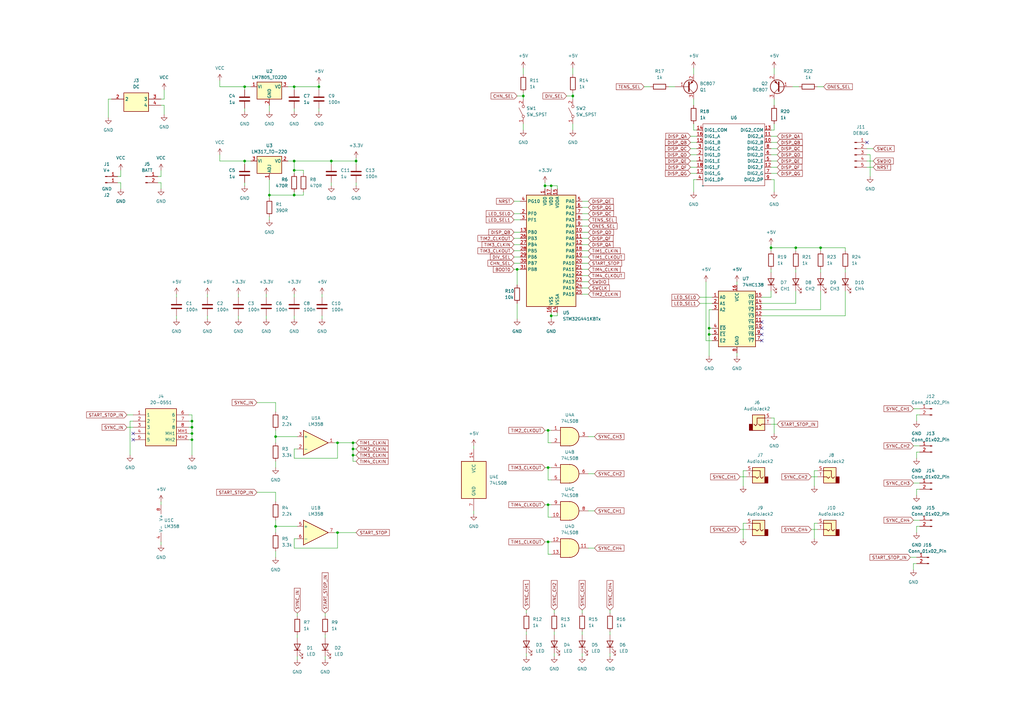
<source format=kicad_sch>
(kicad_sch (version 20230121) (generator eeschema)
  (paper "A3")
  (junction (at 144.78 186.69))
  (junction (at 226.06 129.54))
  (junction (at 120.65 69.85))
  (junction (at 316.23 101.6))
  (junction (at 78.74 180.34))
  (junction (at 113.03 215.9))
  (junction (at 290.83 137.16))
  (junction (at 146.05 66.04))
  (junction (at 214.63 39.37))
  (junction (at 78.74 175.26))
  (junction (at 144.78 181.61))
  (junction (at 290.83 134.62))
  (junction (at 336.55 101.6))
  (junction (at 135.89 66.04))
  (junction (at 223.52 76.2))
  (junction (at 130.81 35.56))
  (junction (at 224.79 191.77))
  (junction (at 138.43 181.61))
  (junction (at 100.33 66.04))
  (junction (at 78.74 172.72))
  (junction (at 138.43 218.44))
  (junction (at 226.06 76.2))
  (junction (at 110.49 80.01))
  (junction (at 224.79 176.53))
  (junction (at 120.65 80.01))
  (junction (at 100.33 35.56))
  (junction (at 144.78 184.15))
  (junction (at 212.09 110.49))
  (junction (at 78.74 177.8))
  (junction (at 120.65 35.56))
  (junction (at 224.79 222.25))
  (junction (at 234.95 39.37))
  (junction (at 224.79 207.01))
  (junction (at 120.65 66.04))
  (junction (at 113.03 179.07))
  (junction (at 326.39 101.6))
  (no_connect (at 312.42 132.08))
  (no_connect (at 312.42 139.7))
  (no_connect (at 312.42 134.62))
  (no_connect (at 312.42 137.16))
  (no_connect (at 54.61 177.8))
  (no_connect (at 355.6 58.42))
  (no_connect (at 54.61 180.34))
  (wire (pts (xy 77.47 177.8) (xy 78.74 177.8)))
  (wire (pts (xy 226.06 76.2) (xy 223.52 76.2)))
  (wire (pts (xy 227.33 267.97) (xy 227.33 269.24)))
  (wire (pts (xy 306.07 195.58) (xy 303.53 195.58)))
  (wire (pts (xy 212.09 110.49) (xy 213.36 110.49)))
  (wire (pts (xy 374.65 213.36) (xy 377.19 213.36)))
  (wire (pts (xy 214.63 38.1) (xy 214.63 39.37)))
  (wire (pts (xy 250.19 267.97) (xy 250.19 269.24)))
  (wire (pts (xy 214.63 39.37) (xy 214.63 40.64)))
  (wire (pts (xy 238.76 259.08) (xy 238.76 260.35)))
  (wire (pts (xy 303.53 217.17) (xy 306.07 217.17)))
  (wire (pts (xy 210.82 110.49) (xy 212.09 110.49)))
  (wire (pts (xy 113.03 226.06) (xy 113.03 228.6)))
  (wire (pts (xy 210.82 87.63) (xy 213.36 87.63)))
  (wire (pts (xy 210.82 95.25) (xy 213.36 95.25)))
  (wire (pts (xy 283.21 63.5) (xy 285.75 63.5)))
  (wire (pts (xy 146.05 189.23) (xy 144.78 189.23)))
  (wire (pts (xy 316.23 68.58) (xy 318.77 68.58)))
  (wire (pts (xy 346.71 110.49) (xy 346.71 111.76)))
  (wire (pts (xy 100.33 66.04) (xy 102.87 66.04)))
  (wire (pts (xy 130.81 44.45) (xy 130.81 45.72)))
  (wire (pts (xy 355.6 60.96) (xy 358.14 60.96)))
  (wire (pts (xy 113.03 205.74) (xy 113.03 201.93)))
  (wire (pts (xy 223.52 76.2) (xy 223.52 77.47)))
  (wire (pts (xy 120.65 187.96) (xy 120.65 184.15)))
  (wire (pts (xy 346.71 101.6) (xy 336.55 101.6)))
  (wire (pts (xy 228.6 129.54) (xy 226.06 129.54)))
  (wire (pts (xy 66.04 205.74) (xy 66.04 207.01)))
  (wire (pts (xy 144.78 181.61) (xy 146.05 181.61)))
  (wire (pts (xy 132.08 120.65) (xy 132.08 121.92)))
  (wire (pts (xy 52.07 170.18) (xy 54.61 170.18)))
  (wire (pts (xy 346.71 119.38) (xy 346.71 129.54)))
  (wire (pts (xy 304.8 214.63) (xy 306.07 214.63)))
  (wire (pts (xy 241.3 209.55) (xy 243.84 209.55)))
  (wire (pts (xy 100.33 35.56) (xy 90.17 35.56)))
  (wire (pts (xy 375.92 200.66) (xy 377.19 200.66)))
  (wire (pts (xy 113.03 179.07) (xy 121.92 179.07)))
  (wire (pts (xy 77.47 172.72) (xy 78.74 172.72)))
  (wire (pts (xy 290.83 137.16) (xy 290.83 146.05)))
  (wire (pts (xy 355.6 66.04) (xy 358.14 66.04)))
  (wire (pts (xy 120.65 129.54) (xy 120.65 130.81)))
  (wire (pts (xy 374.65 182.88) (xy 377.19 182.88)))
  (wire (pts (xy 105.41 165.1) (xy 113.03 165.1)))
  (wire (pts (xy 77.47 175.26) (xy 78.74 175.26)))
  (wire (pts (xy 224.79 227.33) (xy 226.06 227.33)))
  (wire (pts (xy 224.79 196.85) (xy 226.06 196.85)))
  (wire (pts (xy 100.33 44.45) (xy 100.33 45.72)))
  (wire (pts (xy 224.79 212.09) (xy 226.06 212.09)))
  (wire (pts (xy 334.01 220.98) (xy 334.01 214.63)))
  (wire (pts (xy 316.23 121.92) (xy 316.23 119.38)))
  (wire (pts (xy 250.19 250.19) (xy 250.19 251.46)))
  (wire (pts (xy 227.33 250.19) (xy 227.33 251.46)))
  (wire (pts (xy 124.46 69.85) (xy 120.65 69.85)))
  (wire (pts (xy 312.42 124.46) (xy 326.39 124.46)))
  (wire (pts (xy 49.53 74.93) (xy 49.53 77.47)))
  (wire (pts (xy 374.65 198.12) (xy 377.19 198.12)))
  (wire (pts (xy 283.21 58.42) (xy 285.75 58.42)))
  (wire (pts (xy 289.56 139.7) (xy 292.1 139.7)))
  (wire (pts (xy 212.09 124.46) (xy 212.09 130.81)))
  (wire (pts (xy 212.09 110.49) (xy 212.09 116.84)))
  (wire (pts (xy 226.06 176.53) (xy 224.79 176.53)))
  (wire (pts (xy 316.23 171.45) (xy 317.5 171.45)))
  (wire (pts (xy 210.82 82.55) (xy 213.36 82.55)))
  (wire (pts (xy 133.35 269.24) (xy 133.35 270.51)))
  (wire (pts (xy 194.31 209.55) (xy 194.31 210.82)))
  (wire (pts (xy 138.43 181.61) (xy 144.78 181.61)))
  (wire (pts (xy 100.33 36.83) (xy 100.33 35.56)))
  (wire (pts (xy 214.63 50.8) (xy 214.63 53.34)))
  (wire (pts (xy 283.21 71.12) (xy 285.75 71.12)))
  (wire (pts (xy 214.63 27.94) (xy 214.63 30.48)))
  (wire (pts (xy 146.05 74.93) (xy 146.05 76.2)))
  (wire (pts (xy 375.92 187.96) (xy 375.92 185.42)))
  (wire (pts (xy 224.79 191.77) (xy 224.79 196.85)))
  (wire (pts (xy 113.03 215.9) (xy 113.03 218.44)))
  (wire (pts (xy 121.92 269.24) (xy 121.92 270.51)))
  (wire (pts (xy 66.04 74.93) (xy 66.04 77.47)))
  (wire (pts (xy 49.53 72.39) (xy 49.53 69.85)))
  (wire (pts (xy 317.5 27.94) (xy 317.5 30.48)))
  (wire (pts (xy 317.5 50.8) (xy 317.5 53.34)))
  (wire (pts (xy 144.78 189.23) (xy 144.78 186.69)))
  (wire (pts (xy 78.74 175.26) (xy 78.74 177.8)))
  (wire (pts (xy 241.3 179.07) (xy 243.84 179.07)))
  (wire (pts (xy 241.3 224.79) (xy 243.84 224.79)))
  (wire (pts (xy 238.76 250.19) (xy 238.76 251.46)))
  (wire (pts (xy 317.5 171.45) (xy 317.5 177.8)))
  (wire (pts (xy 375.92 218.44) (xy 375.92 215.9)))
  (wire (pts (xy 335.28 217.17) (xy 332.74 217.17)))
  (wire (pts (xy 334.01 199.39) (xy 334.01 193.04)))
  (wire (pts (xy 48.26 74.93) (xy 49.53 74.93)))
  (wire (pts (xy 113.03 168.91) (xy 113.03 165.1)))
  (wire (pts (xy 223.52 191.77) (xy 224.79 191.77)))
  (wire (pts (xy 66.04 72.39) (xy 64.77 72.39)))
  (wire (pts (xy 234.95 27.94) (xy 234.95 30.48)))
  (wire (pts (xy 234.95 39.37) (xy 234.95 40.64)))
  (wire (pts (xy 120.65 35.56) (xy 118.11 35.56)))
  (wire (pts (xy 326.39 102.87) (xy 326.39 101.6)))
  (wire (pts (xy 234.95 50.8) (xy 234.95 53.34)))
  (wire (pts (xy 373.38 228.6) (xy 375.92 228.6)))
  (wire (pts (xy 316.23 101.6) (xy 316.23 102.87)))
  (wire (pts (xy 316.23 71.12) (xy 318.77 71.12)))
  (wire (pts (xy 113.03 189.23) (xy 113.03 191.77)))
  (wire (pts (xy 316.23 55.88) (xy 318.77 55.88)))
  (wire (pts (xy 304.8 199.39) (xy 304.8 193.04)))
  (wire (pts (xy 77.47 170.18) (xy 78.74 170.18)))
  (wire (pts (xy 224.79 181.61) (xy 226.06 181.61)))
  (wire (pts (xy 224.79 176.53) (xy 224.79 181.61)))
  (wire (pts (xy 113.03 179.07) (xy 113.03 181.61)))
  (wire (pts (xy 375.92 172.72) (xy 375.92 170.18)))
  (wire (pts (xy 284.48 50.8) (xy 284.48 53.34)))
  (wire (pts (xy 120.65 184.15) (xy 121.92 184.15)))
  (wire (pts (xy 90.17 33.02) (xy 90.17 35.56)))
  (wire (pts (xy 44.45 48.26) (xy 44.45 40.64)))
  (wire (pts (xy 110.49 80.01) (xy 110.49 81.28)))
  (wire (pts (xy 113.03 215.9) (xy 121.92 215.9)))
  (wire (pts (xy 144.78 184.15) (xy 144.78 181.61)))
  (wire (pts (xy 67.31 43.18) (xy 67.31 46.99)))
  (wire (pts (xy 238.76 110.49) (xy 241.3 110.49)))
  (wire (pts (xy 215.9 267.97) (xy 215.9 269.24)))
  (wire (pts (xy 226.06 222.25) (xy 224.79 222.25)))
  (wire (pts (xy 120.65 224.79) (xy 120.65 220.98)))
  (wire (pts (xy 210.82 100.33) (xy 213.36 100.33)))
  (wire (pts (xy 290.83 134.62) (xy 290.83 137.16)))
  (wire (pts (xy 224.79 207.01) (xy 224.79 212.09)))
  (wire (pts (xy 336.55 101.6) (xy 326.39 101.6)))
  (wire (pts (xy 284.48 40.64) (xy 284.48 43.18)))
  (wire (pts (xy 120.65 66.04) (xy 120.65 69.85)))
  (wire (pts (xy 238.76 82.55) (xy 241.3 82.55)))
  (wire (pts (xy 146.05 64.77) (xy 146.05 66.04)))
  (wire (pts (xy 226.06 191.77) (xy 224.79 191.77)))
  (wire (pts (xy 90.17 63.5) (xy 90.17 66.04)))
  (wire (pts (xy 223.52 207.01) (xy 224.79 207.01)))
  (wire (pts (xy 283.21 68.58) (xy 285.75 68.58)))
  (wire (pts (xy 238.76 118.11) (xy 241.3 118.11)))
  (wire (pts (xy 284.48 27.94) (xy 284.48 30.48)))
  (wire (pts (xy 375.92 215.9) (xy 377.19 215.9)))
  (wire (pts (xy 215.9 250.19) (xy 215.9 251.46)))
  (wire (pts (xy 130.81 35.56) (xy 120.65 35.56)))
  (wire (pts (xy 238.76 120.65) (xy 241.3 120.65)))
  (wire (pts (xy 137.16 218.44) (xy 138.43 218.44)))
  (wire (pts (xy 304.8 193.04) (xy 306.07 193.04)))
  (wire (pts (xy 326.39 101.6) (xy 316.23 101.6)))
  (wire (pts (xy 97.79 120.65) (xy 97.79 121.92)))
  (wire (pts (xy 317.5 73.66) (xy 316.23 73.66)))
  (wire (pts (xy 133.35 260.35) (xy 133.35 261.62)))
  (wire (pts (xy 138.43 187.96) (xy 120.65 187.96)))
  (wire (pts (xy 78.74 180.34) (xy 78.74 186.69)))
  (wire (pts (xy 224.79 222.25) (xy 224.79 227.33)))
  (wire (pts (xy 223.52 74.93) (xy 223.52 76.2)))
  (wire (pts (xy 113.03 176.53) (xy 113.03 179.07)))
  (wire (pts (xy 374.65 233.68) (xy 374.65 231.14)))
  (wire (pts (xy 375.92 170.18) (xy 377.19 170.18)))
  (wire (pts (xy 226.06 129.54) (xy 226.06 130.81)))
  (wire (pts (xy 144.78 186.69) (xy 144.78 184.15)))
  (wire (pts (xy 316.23 100.33) (xy 316.23 101.6)))
  (wire (pts (xy 336.55 110.49) (xy 336.55 111.76)))
  (wire (pts (xy 283.21 66.04) (xy 285.75 66.04)))
  (wire (pts (xy 135.89 74.93) (xy 135.89 76.2)))
  (wire (pts (xy 287.02 121.92) (xy 292.1 121.92)))
  (wire (pts (xy 226.06 128.27) (xy 226.06 129.54)))
  (wire (pts (xy 375.92 203.2) (xy 375.92 200.66)))
  (wire (pts (xy 336.55 127) (xy 336.55 119.38)))
  (wire (pts (xy 238.76 87.63) (xy 241.3 87.63)))
  (wire (pts (xy 325.12 35.56) (xy 327.66 35.56)))
  (wire (pts (xy 212.09 39.37) (xy 214.63 39.37)))
  (wire (pts (xy 228.6 77.47) (xy 228.6 76.2)))
  (wire (pts (xy 238.76 267.97) (xy 238.76 269.24)))
  (wire (pts (xy 375.92 185.42) (xy 377.19 185.42)))
  (wire (pts (xy 100.33 67.31) (xy 100.33 66.04)))
  (wire (pts (xy 316.23 66.04) (xy 318.77 66.04)))
  (wire (pts (xy 241.3 194.31) (xy 243.84 194.31)))
  (wire (pts (xy 72.39 120.65) (xy 72.39 121.92)))
  (wire (pts (xy 238.76 105.41) (xy 241.3 105.41)))
  (wire (pts (xy 228.6 128.27) (xy 228.6 129.54)))
  (wire (pts (xy 110.49 73.66) (xy 110.49 80.01)))
  (wire (pts (xy 110.49 88.9) (xy 110.49 90.17)))
  (wire (pts (xy 292.1 127) (xy 290.83 127)))
  (wire (pts (xy 67.31 40.64) (xy 66.04 40.64)))
  (wire (pts (xy 283.21 55.88) (xy 285.75 55.88)))
  (wire (pts (xy 67.31 43.18) (xy 66.04 43.18)))
  (wire (pts (xy 110.49 43.18) (xy 110.49 45.72)))
  (wire (pts (xy 194.31 182.88) (xy 194.31 184.15)))
  (wire (pts (xy 232.41 39.37) (xy 234.95 39.37)))
  (wire (pts (xy 146.05 184.15) (xy 144.78 184.15)))
  (wire (pts (xy 250.19 259.08) (xy 250.19 260.35)))
  (wire (pts (xy 66.04 69.85) (xy 66.04 72.39)))
  (wire (pts (xy 132.08 129.54) (xy 132.08 130.81)))
  (wire (pts (xy 120.65 69.85) (xy 120.65 71.12)))
  (wire (pts (xy 124.46 71.12) (xy 124.46 69.85)))
  (wire (pts (xy 72.39 129.54) (xy 72.39 130.81)))
  (wire (pts (xy 312.42 127) (xy 336.55 127)))
  (wire (pts (xy 346.71 129.54) (xy 312.42 129.54)))
  (wire (pts (xy 97.79 129.54) (xy 97.79 130.81)))
  (wire (pts (xy 146.05 67.31) (xy 146.05 66.04)))
  (wire (pts (xy 124.46 80.01) (xy 120.65 80.01)))
  (wire (pts (xy 226.06 77.47) (xy 226.06 76.2)))
  (wire (pts (xy 227.33 259.08) (xy 227.33 260.35)))
  (wire (pts (xy 374.65 167.64) (xy 377.19 167.64)))
  (wire (pts (xy 105.41 201.93) (xy 113.03 201.93)))
  (wire (pts (xy 54.61 175.26) (xy 52.07 175.26)))
  (wire (pts (xy 113.03 213.36) (xy 113.03 215.9)))
  (wire (pts (xy 274.32 35.56) (xy 276.86 35.56)))
  (wire (pts (xy 121.92 251.46) (xy 121.92 252.73)))
  (wire (pts (xy 355.6 68.58) (xy 358.14 68.58)))
  (wire (pts (xy 226.06 207.01) (xy 224.79 207.01)))
  (wire (pts (xy 312.42 121.92) (xy 316.23 121.92)))
  (wire (pts (xy 138.43 181.61) (xy 138.43 187.96)))
  (wire (pts (xy 210.82 90.17) (xy 213.36 90.17)))
  (wire (pts (xy 210.82 102.87) (xy 213.36 102.87)))
  (wire (pts (xy 238.76 113.03) (xy 241.3 113.03)))
  (wire (pts (xy 120.65 44.45) (xy 120.65 45.72)))
  (wire (pts (xy 133.35 251.46) (xy 133.35 252.73)))
  (wire (pts (xy 332.74 195.58) (xy 335.28 195.58)))
  (wire (pts (xy 67.31 36.83) (xy 67.31 40.64)))
  (wire (pts (xy 238.76 85.09) (xy 241.3 85.09)))
  (wire (pts (xy 100.33 66.04) (xy 90.17 66.04)))
  (wire (pts (xy 334.01 214.63) (xy 335.28 214.63)))
  (wire (pts (xy 317.5 78.74) (xy 317.5 73.66)))
  (wire (pts (xy 100.33 35.56) (xy 102.87 35.56)))
  (wire (pts (xy 109.22 120.65) (xy 109.22 121.92)))
  (wire (pts (xy 238.76 102.87) (xy 241.3 102.87)))
  (wire (pts (xy 100.33 74.93) (xy 100.33 76.2)))
  (wire (pts (xy 120.65 220.98) (xy 121.92 220.98)))
  (wire (pts (xy 138.43 218.44) (xy 146.05 218.44)))
  (wire (pts (xy 210.82 105.41) (xy 213.36 105.41)))
  (wire (pts (xy 120.65 66.04) (xy 135.89 66.04)))
  (wire (pts (xy 284.48 78.74) (xy 284.48 73.66)))
  (wire (pts (xy 121.92 260.35) (xy 121.92 261.62)))
  (wire (pts (xy 346.71 102.87) (xy 346.71 101.6)))
  (wire (pts (xy 264.16 35.56) (xy 266.7 35.56)))
  (wire (pts (xy 290.83 127) (xy 290.83 134.62)))
  (wire (pts (xy 78.74 177.8) (xy 78.74 180.34)))
  (wire (pts (xy 287.02 124.46) (xy 292.1 124.46)))
  (wire (pts (xy 304.8 220.98) (xy 304.8 214.63)))
  (wire (pts (xy 120.65 80.01) (xy 110.49 80.01)))
  (wire (pts (xy 302.26 115.57) (xy 302.26 116.84)))
  (wire (pts (xy 316.23 63.5) (xy 318.77 63.5)))
  (wire (pts (xy 146.05 66.04) (xy 135.89 66.04)))
  (wire (pts (xy 234.95 38.1) (xy 234.95 39.37)))
  (wire (pts (xy 53.34 186.69) (xy 53.34 172.72)))
  (wire (pts (xy 137.16 181.61) (xy 138.43 181.61)))
  (wire (pts (xy 238.76 90.17) (xy 241.3 90.17)))
  (wire (pts (xy 78.74 170.18) (xy 78.74 172.72)))
  (wire (pts (xy 223.52 176.53) (xy 224.79 176.53)))
  (wire (pts (xy 78.74 172.72) (xy 78.74 175.26)))
  (wire (pts (xy 138.43 224.79) (xy 120.65 224.79)))
  (wire (pts (xy 44.45 40.64) (xy 45.72 40.64)))
  (wire (pts (xy 290.83 134.62) (xy 292.1 134.62)))
  (wire (pts (xy 238.76 115.57) (xy 241.3 115.57)))
  (wire (pts (xy 336.55 102.87) (xy 336.55 101.6)))
  (wire (pts (xy 326.39 124.46) (xy 326.39 119.38)))
  (wire (pts (xy 210.82 97.79) (xy 213.36 97.79)))
  (wire (pts (xy 118.11 66.04) (xy 120.65 66.04)))
  (wire (pts (xy 66.04 222.25) (xy 66.04 223.52)))
  (wire (pts (xy 130.81 34.29) (xy 130.81 35.56)))
  (wire (pts (xy 85.09 120.65) (xy 85.09 121.92)))
  (wire (pts (xy 130.81 36.83) (xy 130.81 35.56)))
  (wire (pts (xy 238.76 100.33) (xy 241.3 100.33)))
  (wire (pts (xy 215.9 259.08) (xy 215.9 260.35)))
  (wire (pts (xy 210.82 107.95) (xy 213.36 107.95)))
  (wire (pts (xy 223.52 222.25) (xy 224.79 222.25)))
  (wire (pts (xy 316.23 110.49) (xy 316.23 111.76)))
  (wire (pts (xy 316.23 58.42) (xy 318.77 58.42)))
  (wire (pts (xy 124.46 78.74) (xy 124.46 80.01)))
  (wire (pts (xy 289.56 115.57) (xy 289.56 139.7)))
  (wire (pts (xy 335.28 35.56) (xy 337.82 35.56)))
  (wire (pts (xy 238.76 97.79) (xy 241.3 97.79)))
  (wire (pts (xy 64.77 74.93) (xy 66.04 74.93)))
  (wire (pts (xy 316.23 60.96) (xy 318.77 60.96)))
  (wire (pts (xy 334.01 193.04) (xy 335.28 193.04)))
  (wire (pts (xy 238.76 107.95) (xy 241.3 107.95)))
  (wire (pts (xy 302.26 144.78) (xy 302.26 146.05)))
  (wire (pts (xy 48.26 72.39) (xy 49.53 72.39)))
  (wire (pts (xy 356.87 72.39) (xy 356.87 63.5)))
  (wire (pts (xy 238.76 92.71) (xy 241.3 92.71)))
  (wire (pts (xy 283.21 60.96) (xy 285.75 60.96)))
  (wire (pts (xy 238.76 95.25) (xy 241.3 95.25)))
  (wire (pts (xy 85.09 129.54) (xy 85.09 130.81)))
  (wire (pts (xy 146.05 186.69) (xy 144.78 186.69)))
  (wire (pts (xy 326.39 110.49) (xy 326.39 111.76)))
  (wire (pts (xy 109.22 129.54) (xy 109.22 130.81)))
  (wire (pts (xy 138.43 218.44) (xy 138.43 224.79)))
  (wire (pts (xy 120.65 120.65) (xy 120.65 121.92)))
  (wire (pts (xy 317.5 40.64) (xy 317.5 43.18)))
  (wire (pts (xy 228.6 76.2) (xy 226.06 76.2)))
  (wire (pts (xy 317.5 53.34) (xy 316.23 53.34)))
  (wire (pts (xy 53.34 172.72) (xy 54.61 172.72)))
  (wire (pts (xy 284.48 53.34) (xy 285.75 53.34)))
  (wire (pts (xy 120.65 78.74) (xy 120.65 80.01)))
  (wire (pts (xy 316.23 173.99) (xy 318.77 173.99)))
  (wire (pts (xy 120.65 36.83) (xy 120.65 35.56)))
  (wire (pts (xy 356.87 63.5) (xy 355.6 63.5)))
  (wire (pts (xy 135.89 67.31) (xy 135.89 66.04)))
  (wire (pts (xy 77.47 180.34) (xy 78.74 180.34)))
  (wire (pts (xy 284.48 73.66) (xy 285.75 73.66)))
  (wire (pts (xy 290.83 137.16) (xy 292.1 137.16)))
  (wire (pts (xy 374.65 231.14) (xy 375.92 231.14)))
  (global_label "DISP_QB" (shape input) (at 283.21 58.42 180) (property "Intersheetrefs" "${INTERSHEET_REFS}" (effects hide)))
  (global_label "TIM1_CLKIN" (shape input) (at 146.05 181.61 0) (property "Intersheetrefs" "${INTERSHEET_REFS}" (effects hide)))
  (global_label "LED_SEL1" (shape input) (at 210.82 90.17 180) (property "Intersheetrefs" "${INTERSHEET_REFS}" (effects hide)))
  (global_label "SWCLK" (shape input) (at 241.3 118.11 0) (property "Intersheetrefs" "${INTERSHEET_REFS}" (effects hide)))
  (global_label "DISP_QD" (shape input) (at 318.77 63.5 0) (property "Intersheetrefs" "${INTERSHEET_REFS}" (effects hide)))
  (global_label "SWDIO" (shape input) (at 358.14 66.04 0) (property "Intersheetrefs" "${INTERSHEET_REFS}" (effects hide)))
  (global_label "CHN_SEL" (shape input) (at 212.09 39.37 180) (property "Intersheetrefs" "${INTERSHEET_REFS}" (effects hide)))
  (global_label "TIM2_CLKOUT" (shape input) (at 223.52 176.53 180) (property "Intersheetrefs" "${INTERSHEET_REFS}" (effects hide)))
  (global_label "SYNC_CH2" (shape input) (at 374.65 182.88 180) (property "Intersheetrefs" "${INTERSHEET_REFS}" (effects hide)))
  (global_label "TIM1_CLKOUT" (shape input) (at 241.3 105.41 0) (property "Intersheetrefs" "${INTERSHEET_REFS}" (effects hide)))
  (global_label "BOOT0" (shape input) (at 210.82 110.49 180) (property "Intersheetrefs" "${INTERSHEET_REFS}" (effects hide)))
  (global_label "SYNC_CH2" (shape input) (at 243.84 194.31 0) (property "Intersheetrefs" "${INTERSHEET_REFS}" (effects hide)))
  (global_label "DIV_SEL" (shape input) (at 210.82 105.41 180) (property "Intersheetrefs" "${INTERSHEET_REFS}" (effects hide)))
  (global_label "LED_SEL0" (shape input) (at 287.02 121.92 180) (property "Intersheetrefs" "${INTERSHEET_REFS}" (effects hide)))
  (global_label "SYNC_CH3" (shape input) (at 374.65 198.12 180) (property "Intersheetrefs" "${INTERSHEET_REFS}" (effects hide)))
  (global_label "SYNC_CH1" (shape input) (at 215.9 250.19 90) (property "Intersheetrefs" "${INTERSHEET_REFS}" (effects hide)))
  (global_label "TENS_SEL" (shape input) (at 241.3 90.17 0) (property "Intersheetrefs" "${INTERSHEET_REFS}" (effects hide)))
  (global_label "DISP_QG" (shape input) (at 318.77 71.12 0) (property "Intersheetrefs" "${INTERSHEET_REFS}" (effects hide)))
  (global_label "DISP_QE" (shape input) (at 318.77 66.04 0) (property "Intersheetrefs" "${INTERSHEET_REFS}" (effects hide)))
  (global_label "SYNC_CH4" (shape input) (at 250.19 250.19 90) (property "Intersheetrefs" "${INTERSHEET_REFS}" (effects hide)))
  (global_label "SYNC_IN" (shape input) (at 52.07 175.26 180) (property "Intersheetrefs" "${INTERSHEET_REFS}" (effects hide)))
  (global_label "NRST" (shape input) (at 210.82 82.55 180) (property "Intersheetrefs" "${INTERSHEET_REFS}" (effects hide)))
  (global_label "START_STOP" (shape input) (at 146.05 218.44 0) (property "Intersheetrefs" "${INTERSHEET_REFS}" (effects hide)))
  (global_label "SYNC_CH1" (shape input) (at 374.65 167.64 180) (property "Intersheetrefs" "${INTERSHEET_REFS}" (effects hide)))
  (global_label "DISP_QB" (shape input) (at 210.82 95.25 180) (property "Intersheetrefs" "${INTERSHEET_REFS}" (effects hide)))
  (global_label "DISP_QG" (shape input) (at 241.3 85.09 0) (property "Intersheetrefs" "${INTERSHEET_REFS}" (effects hide)))
  (global_label "SWCLK" (shape input) (at 358.14 60.96 0) (property "Intersheetrefs" "${INTERSHEET_REFS}" (effects hide)))
  (global_label "START_STOP" (shape input) (at 241.3 107.95 0) (property "Intersheetrefs" "${INTERSHEET_REFS}" (effects hide)))
  (global_label "TIM2_CLKIN" (shape input) (at 241.3 120.65 0) (property "Intersheetrefs" "${INTERSHEET_REFS}" (effects hide)))
  (global_label "DISP_QA" (shape input) (at 318.77 55.88 0) (property "Intersheetrefs" "${INTERSHEET_REFS}" (effects hide)))
  (global_label "DISP_QF" (shape input) (at 318.77 68.58 0) (property "Intersheetrefs" "${INTERSHEET_REFS}" (effects hide)))
  (global_label "ONES_SEL" (shape input) (at 337.82 35.56 0) (property "Intersheetrefs" "${INTERSHEET_REFS}" (effects hide)))
  (global_label "DISP_QC" (shape input) (at 283.21 60.96 180) (property "Intersheetrefs" "${INTERSHEET_REFS}" (effects hide)))
  (global_label "DISP_QA" (shape input) (at 241.3 100.33 0) (property "Intersheetrefs" "${INTERSHEET_REFS}" (effects hide)))
  (global_label "SWDIO" (shape input) (at 241.3 115.57 0) (property "Intersheetrefs" "${INTERSHEET_REFS}" (effects hide)))
  (global_label "START_STOP_IN" (shape input) (at 373.38 228.6 180) (property "Intersheetrefs" "${INTERSHEET_REFS}" (effects hide)))
  (global_label "SYNC_CH4" (shape input) (at 243.84 224.79 0) (property "Intersheetrefs" "${INTERSHEET_REFS}" (effects hide)))
  (global_label "START_STOP_IN" (shape input) (at 52.07 170.18 180) (property "Intersheetrefs" "${INTERSHEET_REFS}" (effects hide)))
  (global_label "SYNC_IN" (shape input) (at 105.41 165.1 180) (property "Intersheetrefs" "${INTERSHEET_REFS}" (effects hide)))
  (global_label "CHN_SEL" (shape input) (at 210.82 107.95 180) (property "Intersheetrefs" "${INTERSHEET_REFS}" (effects hide)))
  (global_label "TIM3_CLKIN" (shape input) (at 146.05 186.69 0) (property "Intersheetrefs" "${INTERSHEET_REFS}" (effects hide)))
  (global_label "START_STOP_IN" (shape input) (at 318.77 173.99 0) (property "Intersheetrefs" "${INTERSHEET_REFS}" (effects hide)))
  (global_label "DISP_QA" (shape input) (at 283.21 55.88 180) (property "Intersheetrefs" "${INTERSHEET_REFS}" (effects hide)))
  (global_label "TIM3_CLKIN" (shape input) (at 210.82 100.33 180) (property "Intersheetrefs" "${INTERSHEET_REFS}" (effects hide)))
  (global_label "DISP_QF" (shape input) (at 241.3 97.79 0) (property "Intersheetrefs" "${INTERSHEET_REFS}" (effects hide)))
  (global_label "START_STOP_IN" (shape input) (at 105.41 201.93 180) (property "Intersheetrefs" "${INTERSHEET_REFS}" (effects hide)))
  (global_label "LED_SEL1" (shape input) (at 287.02 124.46 180) (property "Intersheetrefs" "${INTERSHEET_REFS}" (effects hide)))
  (global_label "NRST" (shape input) (at 358.14 68.58 0) (property "Intersheetrefs" "${INTERSHEET_REFS}" (effects hide)))
  (global_label "TENS_SEL" (shape input) (at 264.16 35.56 180) (property "Intersheetrefs" "${INTERSHEET_REFS}" (effects hide)))
  (global_label "DISP_QG" (shape input) (at 283.21 71.12 180) (property "Intersheetrefs" "${INTERSHEET_REFS}" (effects hide)))
  (global_label "TIM4_CLKIN" (shape input) (at 241.3 110.49 0) (property "Intersheetrefs" "${INTERSHEET_REFS}" (effects hide)))
  (global_label "DISP_QB" (shape input) (at 318.77 58.42 0) (property "Intersheetrefs" "${INTERSHEET_REFS}" (effects hide)))
  (global_label "TIM4_CLKOUT" (shape input) (at 223.52 207.01 180) (property "Intersheetrefs" "${INTERSHEET_REFS}" (effects hide)))
  (global_label "DISP_QF" (shape input) (at 283.21 68.58 180) (property "Intersheetrefs" "${INTERSHEET_REFS}" (effects hide)))
  (global_label "DISP_QE" (shape input) (at 283.21 66.04 180) (property "Intersheetrefs" "${INTERSHEET_REFS}" (effects hide)))
  (global_label "TIM1_CLKIN" (shape input) (at 241.3 102.87 0) (property "Intersheetrefs" "${INTERSHEET_REFS}" (effects hide)))
  (global_label "TIM4_CLKOUT" (shape input) (at 241.3 113.03 0) (property "Intersheetrefs" "${INTERSHEET_REFS}" (effects hide)))
  (global_label "SYNC_CH2" (shape input) (at 332.74 195.58 180) (property "Intersheetrefs" "${INTERSHEET_REFS}" (effects hide)))
  (global_label "DISP_QD" (shape input) (at 283.21 63.5 180) (property "Intersheetrefs" "${INTERSHEET_REFS}" (effects hide)))
  (global_label "DISP_QC" (shape input) (at 318.77 60.96 0) (property "Intersheetrefs" "${INTERSHEET_REFS}" (effects hide)))
  (global_label "START_STOP_IN" (shape input) (at 133.35 251.46 90) (property "Intersheetrefs" "${INTERSHEET_REFS}" (effects hide)))
  (global_label "TIM2_CLKOUT" (shape input) (at 210.82 97.79 180) (property "Intersheetrefs" "${INTERSHEET_REFS}" (effects hide)))
  (global_label "SYNC_CH3" (shape input) (at 238.76 250.19 90) (property "Intersheetrefs" "${INTERSHEET_REFS}" (effects hide)))
  (global_label "ONES_SEL" (shape input) (at 241.3 92.71 0) (property "Intersheetrefs" "${INTERSHEET_REFS}" (effects hide)))
  (global_label "SYNC_CH4" (shape input) (at 332.74 217.17 180) (property "Intersheetrefs" "${INTERSHEET_REFS}" (effects hide)))
  (global_label "SYNC_CH3" (shape input) (at 243.84 179.07 0) (property "Intersheetrefs" "${INTERSHEET_REFS}" (effects hide)))
  (global_label "SYNC_CH4" (shape input) (at 374.65 213.36 180) (property "Intersheetrefs" "${INTERSHEET_REFS}" (effects hide)))
  (global_label "SYNC_CH1" (shape input) (at 303.53 195.58 180) (property "Intersheetrefs" "${INTERSHEET_REFS}" (effects hide)))
  (global_label "TIM2_CLKIN" (shape input) (at 146.05 184.15 0) (property "Intersheetrefs" "${INTERSHEET_REFS}" (effects hide)))
  (global_label "DIV_SEL" (shape input) (at 232.41 39.37 180) (property "Intersheetrefs" "${INTERSHEET_REFS}" (effects hide)))
  (global_label "SYNC_CH1" (shape input) (at 243.84 209.55 0) (property "Intersheetrefs" "${INTERSHEET_REFS}" (effects hide)))
  (global_label "SYNC_IN" (shape input) (at 121.92 251.46 90) (property "Intersheetrefs" "${INTERSHEET_REFS}" (effects hide)))
  (global_label "TIM1_CLKOUT" (shape input) (at 223.52 222.25 180) (property "Intersheetrefs" "${INTERSHEET_REFS}" (effects hide)))
  (global_label "SYNC_CH3" (shape input) (at 303.53 217.17 180) (property "Intersheetrefs" "${INTERSHEET_REFS}" (effects hide)))
  (global_label "TIM4_CLKIN" (shape input) (at 146.05 189.23 0) (property "Intersheetrefs" "${INTERSHEET_REFS}" (effects hide)))
  (global_label "TIM3_CLKOUT" (shape input) (at 223.52 191.77 180) (property "Intersheetrefs" "${INTERSHEET_REFS}" (effects hide)))
  (global_label "DISP_QC" (shape input) (at 241.3 87.63 0) (property "Intersheetrefs" "${INTERSHEET_REFS}" (effects hide)))
  (global_label "SYNC_CH2" (shape input) (at 227.33 250.19 90) (property "Intersheetrefs" "${INTERSHEET_REFS}" (effects hide)))
  (global_label "DISP_QE" (shape input) (at 241.3 82.55 0) (property "Intersheetrefs" "${INTERSHEET_REFS}" (effects hide)))
  (global_label "DISP_QD" (shape input) (at 241.3 95.25 0) (property "Intersheetrefs" "${INTERSHEET_REFS}" (effects hide)))
  (global_label "TIM3_CLKOUT" (shape input) (at 210.82 102.87 180) (property "Intersheetrefs" "${INTERSHEET_REFS}" (effects hide)))
  (global_label "LED_SEL0" (shape input) (at 210.82 87.63 180) (property "Intersheetrefs" "${INTERSHEET_REFS}" (effects hide)))
  (symbol (lib_id "Device:R") (at 120.65 74.93 0) (mirror y) (unit 1)
    (property "Reference" "R6" (at 118.11 73.66 0) (effects (justify left)))
    (property "Value" "470R" (at 118.11 76.2 0) (effects (justify left)))
    (property "Footprint" "Resistor_SMD:R_0603_1608Metric" (effects hide))
  )
  (symbol (lib_id "power:GND") (at 375.92 218.44 0) (unit 1)
    (property "Reference" "#PWR073" (effects hide))
    (property "Value" "GND" (at 375.92 223.52 0))
  )
  (symbol (lib_id "Switch:SW_SPST") (at 234.95 45.72 90) (unit 1)
    (property "Reference" "SW2" (at 236.22 44.45 90) (effects (justify right)))
    (property "Value" "SW_SPST" (at 236.22 46.99 90) (effects (justify right)))
    (property "Footprint" "Button_Switch_THT:SW_PUSH_6mm" (effects hide))
  )
  (symbol (lib_id "power:GND") (at 212.09 130.81 0) (unit 1)
    (property "Reference" "#PWR044" (effects hide))
    (property "Value" "GND" (at 212.09 135.89 0))
  )
  (symbol (lib_id "power:GND") (at 302.26 146.05 0) (unit 1)
    (property "Reference" "#PWR061" (effects hide))
    (property "Value" "GND" (at 302.26 151.13 0))
  )
  (symbol (lib_id "power:GND") (at 374.65 233.68 0) (unit 1)
    (property "Reference" "#PWR074" (effects hide))
    (property "Value" "GND" (at 374.65 238.76 0))
  )
  (symbol (lib_id "Switch:SW_SPST") (at 214.63 45.72 90) (unit 1)
    (property "Reference" "SW1" (at 215.9 44.45 90) (effects (justify right)))
    (property "Value" "SW_SPST" (at 215.9 46.99 90) (effects (justify right)))
    (property "Footprint" "Button_Switch_THT:SW_PUSH_6mm" (effects hide))
  )
  (symbol (lib_id "power:+5V") (at 132.08 120.65 0) (unit 1)
    (property "Reference" "#PWR034" (effects hide))
    (property "Value" "+5V" (at 132.08 115.57 0))
  )
  (symbol (lib_id "Device:LED") (at 238.76 264.16 90) (unit 1)
    (property "Reference" "D5" (at 242.57 264.4775 90) (effects (justify right)))
    (property "Value" "LED" (at 242.57 267.0175 90) (effects (justify right)))
    (property "Footprint" "LED_SMD:LED_0603_1608Metric" (effects hide))
  )
  (symbol (lib_id "power:GND") (at 334.01 199.39 0) (unit 1)
    (property "Reference" "#PWR067" (effects hide))
    (property "Value" "GND" (effects hide))
  )
  (symbol (lib_id "Device:LED") (at 227.33 264.16 90) (unit 1)
    (property "Reference" "D4" (at 231.14 264.4775 90) (effects (justify right)))
    (property "Value" "LED" (at 231.14 267.0175 90) (effects (justify right)))
    (property "Footprint" "LED_SMD:LED_0603_1608Metric" (effects hide))
  )
  (symbol (lib_id "power:GND") (at 120.65 130.81 0) (unit 1)
    (property "Reference" "#PWR030" (effects hide))
    (property "Value" "GND" (at 120.65 135.89 0))
  )
  (symbol (lib_id "00mglib:OSL20561") (at 288.29 76.2 0) (unit 1)
    (property "Reference" "U6" (at 300.99 48.26 0))
    (property "Value" "~" (at 288.29 76.2 0))
    (property "Footprint" "00mglib:OSL20561" (effects hide))
  )
  (symbol (lib_id "Device:LED") (at 336.55 115.57 90) (unit 1)
    (property "Reference" "D9" (at 340.36 115.8875 90) (effects (justify right)))
    (property "Value" "CH3" (at 340.36 118.4275 90) (effects (justify right)))
    (property "Footprint" "LED_SMD:LED_0603_1608Metric" (effects hide))
  )
  (symbol (lib_id "power:GND") (at 304.8 220.98 0) (unit 1)
    (property "Reference" "#PWR063" (effects hide))
    (property "Value" "GND" (effects hide))
  )
  (symbol (lib_id "Device:C") (at 100.33 40.64 0) (mirror y) (unit 1)
    (property "Reference" "C4" (at 96.52 39.37 0) (effects (justify left)))
    (property "Value" "1u" (at 96.52 41.91 0) (effects (justify left)))
    (property "Footprint" "Capacitor_SMD:C_0603_1608Metric" (effects hide))
  )
  (symbol (lib_id "Device:R") (at 133.35 256.54 0) (unit 1)
    (property "Reference" "R9" (at 135.89 255.27 0) (effects (justify left)))
    (property "Value" "1k" (at 135.89 257.81 0) (effects (justify left)))
    (property "Footprint" "Resistor_SMD:R_0603_1608Metric" (effects hide))
  )
  (symbol (lib_id "Device:R") (at 214.63 34.29 0) (unit 1)
    (property "Reference" "R11" (at 217.17 33.02 0) (effects (justify left)))
    (property "Value" "1k" (at 217.17 35.56 0) (effects (justify left)))
    (property "Footprint" "Resistor_SMD:R_0603_1608Metric" (effects hide))
  )
  (symbol (lib_id "power:+5V") (at 72.39 120.65 0) (unit 1)
    (property "Reference" "#PWR011" (effects hide))
    (property "Value" "+5V" (at 72.39 115.57 0))
  )
  (symbol (lib_id "power:GND") (at 100.33 76.2 0) (unit 1)
    (property "Reference" "#PWR021" (effects hide))
    (property "Value" "GND" (at 100.33 81.28 0))
  )
  (symbol (lib_id "74xx:74LS08") (at 233.68 224.79 0) (unit 4)
    (property "Reference" "U4" (at 233.6717 215.9 0))
    (property "Value" "74LS08" (at 233.6717 218.44 0))
    (property "Footprint" "Package_DIP:DIP-14_W7.62mm" (effects hide))
    (property "Datasheet" "http://www.ti.com/lit/gpn/sn74LS08" (effects hide))
  )
  (symbol (lib_id "power:GND") (at 85.09 130.81 0) (unit 1)
    (property "Reference" "#PWR015" (effects hide))
    (property "Value" "GND" (at 85.09 135.89 0))
  )
  (symbol (lib_id "Device:R") (at 238.76 255.27 0) (unit 1)
    (property "Reference" "R15" (at 241.3 254 0) (effects (justify left)))
    (property "Value" "1k" (at 241.3 256.54 0) (effects (justify left)))
    (property "Footprint" "Resistor_SMD:R_0603_1608Metric" (effects hide))
  )
  (symbol (lib_id "power:VCC") (at 67.31 36.83 0) (unit 1)
    (property "Reference" "#PWR010" (effects hide))
    (property "Value" "VCC" (at 67.31 31.75 0))
  )
  (symbol (lib_id "Device:R") (at 234.95 34.29 0) (unit 1)
    (property "Reference" "R14" (at 237.49 33.02 0) (effects (justify left)))
    (property "Value" "1k" (at 237.49 35.56 0) (effects (justify left)))
    (property "Footprint" "Resistor_SMD:R_0603_1608Metric" (effects hide))
  )
  (symbol (lib_id "Device:LED") (at 316.23 115.57 90) (unit 1)
    (property "Reference" "D7" (at 320.04 115.8875 90) (effects (justify right)))
    (property "Value" "CH1" (at 320.04 118.4275 90) (effects (justify right)))
    (property "Footprint" "LED_SMD:LED_0603_1608Metric" (effects hide))
  )
  (symbol (lib_id "power:GND") (at 100.33 45.72 0) (unit 1)
    (property "Reference" "#PWR020" (effects hide))
    (property "Value" "GND" (at 100.33 50.8 0))
  )
  (symbol (lib_id "Device:C") (at 100.33 71.12 0) (mirror y) (unit 1)
    (property "Reference" "C5" (at 96.52 69.85 0) (effects (justify left)))
    (property "Value" "1u" (at 96.52 72.39 0) (effects (justify left)))
    (property "Footprint" "Capacitor_SMD:C_0603_1608Metric" (effects hide))
  )
  (symbol (lib_id "Device:R") (at 227.33 255.27 0) (unit 1)
    (property "Reference" "R13" (at 229.87 254 0) (effects (justify left)))
    (property "Value" "1k" (at 229.87 256.54 0) (effects (justify left)))
    (property "Footprint" "Resistor_SMD:R_0603_1608Metric" (effects hide))
  )
  (symbol (lib_id "power:GND") (at 234.95 53.34 0) (unit 1)
    (property "Reference" "#PWR052" (effects hide))
    (property "Value" "GND" (at 234.95 58.42 0))
  )
  (symbol (lib_id "power:VCC") (at 66.04 69.85 0) (unit 1)
    (property "Reference" "#PWR05" (effects hide))
    (property "Value" "VCC" (at 66.04 64.77 0))
  )
  (symbol (lib_id "74xx:74LS08") (at 233.68 179.07 0) (unit 1)
    (property "Reference" "U4" (at 233.6717 170.18 0))
    (property "Value" "74LS08" (at 233.6717 172.72 0))
    (property "Footprint" "Package_DIP:DIP-14_W7.62mm" (effects hide))
    (property "Datasheet" "http://www.ti.com/lit/gpn/sn74LS08" (effects hide))
  )
  (symbol (lib_id "Device:LED") (at 215.9 264.16 90) (unit 1)
    (property "Reference" "D3" (at 219.71 264.4775 90) (effects (justify right)))
    (property "Value" "LED" (at 219.71 267.0175 90) (effects (justify right)))
    (property "Footprint" "LED_SMD:LED_0603_1608Metric" (effects hide))
  )
  (symbol (lib_id "power:+3.3V") (at 146.05 64.77 0) (unit 1)
    (property "Reference" "#PWR040" (effects hide))
    (property "Value" "+3.3V" (at 146.05 59.69 0))
  )
  (symbol (lib_id "power:GND") (at 250.19 269.24 0) (unit 1)
    (property "Reference" "#PWR054" (effects hide))
    (property "Value" "GND" (at 250.19 274.32 0))
  )
  (symbol (lib_id "power:+5V") (at 284.48 27.94 0) (unit 1)
    (property "Reference" "#PWR055" (effects hide))
    (property "Value" "+5V" (at 284.48 22.86 0))
  )
  (symbol (lib_id "power:GND") (at 215.9 269.24 0) (unit 1)
    (property "Reference" "#PWR047" (effects hide))
    (property "Value" "GND" (at 215.9 274.32 0))
  )
  (symbol (lib_id "Device:LED") (at 326.39 115.57 90) (unit 1)
    (property "Reference" "D8" (at 330.2 115.8875 90) (effects (justify right)))
    (property "Value" "CH2" (at 330.2 118.4275 90) (effects (justify right)))
    (property "Footprint" "LED_SMD:LED_0603_1608Metric" (effects hide))
  )
  (symbol (lib_id "Device:R") (at 270.51 35.56 90) (unit 1)
    (property "Reference" "R17" (at 270.51 29.21 90))
    (property "Value" "1k" (at 270.51 31.75 90))
    (property "Footprint" "Resistor_SMD:R_0603_1608Metric" (effects hide))
  )
  (symbol (lib_id "Connector_Audio:AudioJack2") (at 311.15 195.58 0) (mirror y) (unit 1)
    (property "Reference" "J7" (at 311.785 186.69 0))
    (property "Value" "AudioJack2" (at 311.785 189.23 0))
    (property "Footprint" "00mglib:Jack_3.5mm_QingPu_WQP-PJ398SM_Vertical" (effects hide))
  )
  (symbol (lib_id "Device:R") (at 212.09 120.65 0) (unit 1)
    (property "Reference" "R10" (at 207.01 119.38 0) (effects (justify left)))
    (property "Value" "10k" (at 207.01 121.92 0) (effects (justify left)))
    (property "Footprint" "Resistor_SMD:R_0603_1608Metric" (effects hide))
  )
  (symbol (lib_id "Device:LED") (at 346.71 115.57 90) (unit 1)
    (property "Reference" "D10" (at 350.52 115.8875 90) (effects (justify right)))
    (property "Value" "CH4" (at 350.52 118.4275 90) (effects (justify right)))
    (property "Footprint" "LED_SMD:LED_0603_1608Metric" (effects hide))
  )
  (symbol (lib_id "power:GND") (at 284.48 78.74 0) (unit 1)
    (property "Reference" "#PWR056" (effects hide))
    (property "Value" "GND" (at 284.48 83.82 0))
  )
  (symbol (lib_id "Device:R") (at 121.92 256.54 0) (unit 1)
    (property "Reference" "R7" (at 124.46 255.27 0) (effects (justify left)))
    (property "Value" "1k" (at 124.46 257.81 0) (effects (justify left)))
    (property "Footprint" "Resistor_SMD:R_0603_1608Metric" (effects hide))
  )
  (symbol (lib_id "power:GND") (at 110.49 90.17 0) (unit 1)
    (property "Reference" "#PWR025" (effects hide))
    (property "Value" "GND" (at 110.49 95.25 0))
  )
  (symbol (lib_id "power:GND") (at 109.22 130.81 0) (unit 1)
    (property "Reference" "#PWR023" (effects hide))
    (property "Value" "GND" (at 109.22 135.89 0))
  )
  (symbol (lib_id "Connector:Conn_01x02_Pin") (at 382.27 167.64 0) (mirror y) (unit 1)
    (property "Reference" "J12" (at 381.635 162.56 0))
    (property "Value" "Conn_01x02_Pin" (at 381.635 165.1 0))
    (property "Footprint" "Connector_PinHeader_2.54mm:PinHeader_1x02_P2.54mm_Vertical" (effects hide))
  )
  (symbol (lib_id "power:GND") (at 97.79 130.81 0) (unit 1)
    (property "Reference" "#PWR019" (effects hide))
    (property "Value" "GND" (at 97.79 135.89 0))
  )
  (symbol (lib_id "Device:C") (at 120.65 40.64 0) (unit 1)
    (property "Reference" "C7" (at 124.46 39.37 0) (effects (justify left)))
    (property "Value" "1u" (at 124.46 41.91 0) (effects (justify left)))
    (property "Footprint" "Capacitor_SMD:C_0603_1608Metric" (effects hide))
  )
  (symbol (lib_id "Device:C") (at 120.65 125.73 0) (unit 1)
    (property "Reference" "C8" (at 124.46 124.46 0) (effects (justify left)))
    (property "Value" "100n" (at 124.46 127 0) (effects (justify left)))
    (property "Footprint" "Capacitor_SMD:C_0603_1608Metric" (effects hide))
  )
  (symbol (lib_id "Device:C") (at 109.22 125.73 0) (unit 1)
    (property "Reference" "C6" (at 113.03 124.46 0) (effects (justify left)))
    (property "Value" "100n" (at 113.03 127 0) (effects (justify left)))
    (property "Footprint" "Capacitor_SMD:C_0603_1608Metric" (effects hide))
  )
  (symbol (lib_id "power:GND") (at 238.76 269.24 0) (unit 1)
    (property "Reference" "#PWR053" (effects hide))
    (property "Value" "GND" (at 238.76 274.32 0))
  )
  (symbol (lib_id "power:GND") (at 317.5 177.8 0) (unit 1)
    (property "Reference" "#PWR059" (effects hide))
    (property "Value" "GND" (at 317.5 182.88 0))
  )
  (symbol (lib_id "Connector_Audio:AudioJack2") (at 311.15 217.17 0) (mirror y) (unit 1)
    (property "Reference" "J9" (at 311.785 208.28 0))
    (property "Value" "AudioJack2" (at 311.785 210.82 0))
    (property "Footprint" "00mglib:Jack_3.5mm_QingPu_WQP-PJ398SM_Vertical" (effects hide))
  )
  (symbol (lib_id "Device:C") (at 132.08 125.73 0) (unit 1)
    (property "Reference" "C10" (at 135.89 124.46 0) (effects (justify left)))
    (property "Value" "100n" (at 135.89 127 0) (effects (justify left)))
    (property "Footprint" "Capacitor_SMD:C_0603_1608Metric" (effects hide))
  )
  (symbol (lib_id "power:VCC") (at 90.17 33.02 0) (unit 1)
    (property "Reference" "#PWR016" (effects hide))
    (property "Value" "VCC" (at 90.17 27.94 0))
  )
  (symbol (lib_id "74xx:74LS08") (at 233.68 209.55 0) (unit 3)
    (property "Reference" "U4" (at 233.6717 200.66 0))
    (property "Value" "74LS08" (at 233.6717 203.2 0))
    (property "Footprint" "Package_DIP:DIP-14_W7.62mm" (effects hide))
    (property "Datasheet" "http://www.ti.com/lit/gpn/sn74LS08" (effects hide))
  )
  (symbol (lib_id "Device:C") (at 130.81 40.64 0) (unit 1)
    (property "Reference" "C9" (at 134.62 39.37 0) (effects (justify left)))
    (property "Value" "100n" (at 134.62 41.91 0) (effects (justify left)))
    (property "Footprint" "Capacitor_SMD:C_0603_1608Metric" (effects hide))
  )
  (symbol (lib_id "Device:R") (at 316.23 106.68 0) (unit 1)
    (property "Reference" "R19" (at 318.77 105.41 0) (effects (justify left)))
    (property "Value" "1k" (at 318.77 107.95 0) (effects (justify left)))
    (property "Footprint" "Resistor_SMD:R_0603_1608Metric" (effects hide))
  )
  (symbol (lib_id "Device:C") (at 146.05 71.12 0) (unit 1)
    (property "Reference" "C13" (at 149.86 69.85 0) (effects (justify left)))
    (property "Value" "100n" (at 149.86 72.39 0) (effects (justify left)))
    (property "Footprint" "Capacitor_SMD:C_0603_1608Metric" (effects hide))
  )
  (symbol (lib_id "Device:R") (at 326.39 106.68 0) (unit 1)
    (property "Reference" "R21" (at 328.93 105.41 0) (effects (justify left)))
    (property "Value" "1k" (at 328.93 107.95 0) (effects (justify left)))
    (property "Footprint" "Resistor_SMD:R_0603_1608Metric" (effects hide))
  )
  (symbol (lib_id "power:+5V") (at 234.95 27.94 0) (unit 1)
    (property "Reference" "#PWR039" (effects hide))
    (property "Value" "+5V" (at 234.95 22.86 0))
  )
  (symbol (lib_id "MCU_ST_STM32G4:STM32G441KBTx") (at 226.06 102.87 0) (unit 1)
    (property "Reference" "U5" (at 230.7941 128.27 0) (effects (justify left)))
    (property "Value" "STM32G441KBTx" (at 230.7941 130.81 0) (effects (justify left)))
    (property "Footprint" "Package_QFP:LQFP-32_7x7mm_P0.8mm" (effects hide))
    (property "Datasheet" "https://www.st.com/resource/en/datasheet/stm32g441kb.pdf" (effects hide))
  )
  (symbol (lib_id "power:GND") (at 226.06 130.81 0) (unit 1)
    (property "Reference" "#PWR049" (effects hide))
    (property "Value" "GND" (at 226.06 135.89 0))
  )
  (symbol (lib_id "power:GND") (at 375.92 203.2 0) (unit 1)
    (property "Reference" "#PWR072" (effects hide))
    (property "Value" "GND" (at 375.92 208.28 0))
  )
  (symbol (lib_id "power:GND") (at 66.04 223.52 0) (unit 1)
    (property "Reference" "#PWR08" (effects hide))
    (property "Value" "GND" (at 66.04 228.6 0))
  )
  (symbol (lib_id "00mglib:20-0975") (at 45.72 40.64 0) (unit 1)
    (property "Reference" "J3" (at 55.88 33.02 0))
    (property "Value" "DC" (at 55.88 35.56 0))
    (property "Footprint" "00mglib:200975" (effects hide))
    (property "Datasheet" "https://static.rapidonline.com/pdf/20-0975_v1.pdf" (effects hide))
    (property "Height" "11.2" (effects hide))
    (property "Manufacturer_Name" "TruConnect" (effects hide))
    (property "Manufacturer_Part_Number" "20-0975" (effects hide))
  )
  (symbol (lib_id "Connector:Conn_01x02_Pin") (at 59.69 72.39 0) (unit 1)
    (property "Reference" "J5" (at 60.325 67.31 0))
    (property "Value" "BATT" (at 60.325 69.85 0))
    (property "Footprint" "Connector_PinHeader_2.54mm:PinHeader_1x02_P2.54mm_Vertical" (effects hide))
  )
  (symbol (lib_id "power:+3.3V") (at 97.79 120.65 0) (unit 1)
    (property "Reference" "#PWR018" (effects hide))
    (property "Value" "+3.3V" (at 97.79 115.57 0))
  )
  (symbol (lib_id "power:GND") (at 67.31 46.99 0) (unit 1)
    (property "Reference" "#PWR09" (effects hide))
    (property "Value" "GND" (at 67.31 52.07 0))
  )
  (symbol (lib_id "Device:C") (at 85.09 125.73 0) (unit 1)
    (property "Reference" "C2" (at 88.9 124.46 0) (effects (justify left)))
    (property "Value" "100n" (at 88.9 127 0) (effects (justify left)))
    (property "Footprint" "Capacitor_SMD:C_0603_1608Metric" (effects hide))
  )
  (symbol (lib_id "Regulator_Linear:LM7805_TO220") (at 110.49 35.56 0) (unit 1)
    (property "Reference" "U2" (at 110.49 29.21 0))
    (property "Value" "LM7805_TO220" (at 110.49 31.75 0))
    (property "Footprint" "Package_TO_SOT_THT:TO-220-3_Vertical" (effects hide))
    (property "Datasheet" "https://www.onsemi.cn/PowerSolutions/document/MC7800-D.PDF" (effects hide))
  )
  (symbol (lib_id "Connector_Audio:AudioJack2") (at 340.36 195.58 0) (mirror y) (unit 1)
    (property "Reference" "J8" (at 340.995 186.69 0))
    (property "Value" "AudioJack2" (at 340.995 189.23 0))
    (property "Footprint" "00mglib:Jack_3.5mm_QingPu_WQP-PJ398SM_Vertical" (effects hide))
  )
  (symbol (lib_id "00mglib:20-0551") (at 54.61 170.18 0) (unit 1)
    (property "Reference" "J4" (at 66.04 162.56 0))
    (property "Value" "20-0551" (at 66.04 165.1 0))
    (property "Footprint" "00mglib:200551" (effects hide))
    (property "Datasheet" "https://static.rapidonline.com/pdf/20-0551_v1.pdf" (effects hide))
    (property "Height" "19.5" (effects hide))
    (property "Manufacturer_Name" "TruConnect" (effects hide))
    (property "Manufacturer_Part_Number" "20-0551" (effects hide))
  )
  (symbol (lib_id "Device:R") (at 284.48 46.99 0) (unit 1)
    (property "Reference" "R18" (at 287.02 45.72 0) (effects (justify left)))
    (property "Value" "1k" (at 287.02 48.26 0) (effects (justify left)))
    (property "Footprint" "Resistor_SMD:R_0603_1608Metric" (effects hide))
  )
  (symbol (lib_id "power:+5V") (at 214.63 27.94 0) (unit 1)
    (property "Reference" "#PWR038" (effects hide))
    (property "Value" "+5V" (at 214.63 22.86 0))
  )
  (symbol (lib_id "Device:R") (at 113.03 185.42 0) (unit 1)
    (property "Reference" "R3" (at 115.57 184.15 0) (effects (justify left)))
    (property "Value" "3.3k" (at 115.57 186.69 0) (effects (justify left)))
    (property "Footprint" "Resistor_SMD:R_0603_1608Metric" (effects hide))
  )
  (symbol (lib_id "Amplifier_Operational:LM358") (at 68.58 214.63 0) (unit 3)
    (property "Reference" "U1" (at 67.31 213.36 0) (effects (justify left)))
    (property "Value" "LM358" (at 67.31 215.9 0) (effects (justify left)))
    (property "Footprint" "Package_SO:SOIC-8_3.9x4.9mm_P1.27mm" (effects hide))
    (property "Datasheet" "http://www.ti.com/lit/ds/symlink/lm2904-n.pdf" (effects hide))
  )
  (symbol (lib_id "power:GND") (at 110.49 45.72 0) (unit 1)
    (property "Reference" "#PWR024" (effects hide))
    (property "Value" "GND" (at 110.49 50.8 0))
  )
  (symbol (lib_id "Device:R") (at 215.9 255.27 0) (unit 1)
    (property "Reference" "R12" (at 218.44 254 0) (effects (justify left)))
    (property "Value" "1k" (at 218.44 256.54 0) (effects (justify left)))
    (property "Footprint" "Resistor_SMD:R_0603_1608Metric" (effects hide))
  )
  (symbol (lib_id "power:GND") (at 214.63 53.34 0) (unit 1)
    (property "Reference" "#PWR046" (effects hide))
    (property "Value" "GND" (at 214.63 58.42 0))
  )
  (symbol (lib_id "Device:R") (at 113.03 209.55 0) (unit 1)
    (property "Reference" "R4" (at 115.57 208.28 0) (effects (justify left)))
    (property "Value" "2.2k" (at 115.57 210.82 0) (effects (justify left)))
    (property "Footprint" "Resistor_SMD:R_0603_1608Metric" (effects hide))
  )
  (symbol (lib_id "Transistor_BJT:BC807") (at 320.04 35.56 180) (unit 1)
    (property "Reference" "Q2" (at 314.96 34.29 0) (effects (justify left)))
    (property "Value" "BC807" (at 314.96 36.83 0) (effects (justify left)))
    (property "Footprint" "Package_TO_SOT_SMD:SOT-23" (effects hide))
    (property "Datasheet" "https://www.onsemi.com/pub/Collateral/BC808-D.pdf" (effects hide))
  )
  (symbol (lib_id "power:GND") (at 78.74 186.69 0) (unit 1)
    (property "Reference" "#PWR013" (effects hide))
    (property "Value" "GND" (at 78.74 191.77 0))
  )
  (symbol (lib_id "power:+5V") (at 130.81 34.29 0) (unit 1)
    (property "Reference" "#PWR032" (effects hide))
    (property "Value" "+5V" (at 130.81 29.21 0))
  )
  (symbol (lib_id "power:GND") (at 130.81 45.72 0) (unit 1)
    (property "Reference" "#PWR033" (effects hide))
    (property "Value" "GND" (at 130.81 50.8 0))
  )
  (symbol (lib_id "power:+3.3V") (at 120.65 120.65 0) (unit 1)
    (property "Reference" "#PWR029" (effects hide))
    (property "Value" "+3.3V" (at 120.65 115.57 0))
  )
  (symbol (lib_id "power:GND") (at 375.92 172.72 0) (unit 1)
    (property "Reference" "#PWR070" (effects hide))
    (property "Value" "GND" (at 375.92 177.8 0))
  )
  (symbol (lib_id "Connector_Audio:AudioJack2") (at 311.15 173.99 0) (unit 1)
    (property "Reference" "J6" (at 310.515 165.1 0))
    (property "Value" "AudioJack2" (at 310.515 167.64 0))
    (property "Footprint" "00mglib:Jack_3.5mm_QingPu_WQP-PJ398SM_Vertical" (effects hide))
  )
  (symbol (lib_id "74xx:74LS08") (at 194.31 196.85 0) (unit 5)
    (property "Reference" "U4" (at 200.66 195.58 0) (effects (justify left)))
    (property "Value" "74LS08" (at 200.66 198.12 0) (effects (justify left)))
    (property "Footprint" "Package_DIP:DIP-14_W7.62mm" (effects hide))
    (property "Datasheet" "http://www.ti.com/lit/gpn/sn74LS08" (effects hide))
  )
  (symbol (lib_id "Transistor_BJT:BC807") (at 281.94 35.56 0) (mirror x) (unit 1)
    (property "Reference" "Q1" (at 287.02 36.83 0) (effects (justify left)))
    (property "Value" "BC807" (at 287.02 34.29 0) (effects (justify left)))
    (property "Footprint" "Package_TO_SOT_SMD:SOT-23" (effects hide))
    (property "Datasheet" "https://www.onsemi.com/pub/Collateral/BC808-D.pdf" (effects hide))
  )
  (symbol (lib_id "power:GND") (at 44.45 48.26 0) (unit 1)
    (property "Reference" "#PWR01" (effects hide))
    (property "Value" "GND" (at 44.45 53.34 0))
  )
  (symbol (lib_id "Device:LED") (at 133.35 265.43 90) (unit 1)
    (property "Reference" "D2" (at 137.16 265.7475 90) (effects (justify right)))
    (property "Value" "LED" (at 137.16 268.2875 90) (effects (justify right)))
    (property "Footprint" "LED_SMD:LED_0603_1608Metric" (effects hide))
  )
  (symbol (lib_id "power:+5V") (at 66.04 205.74 0) (unit 1)
    (property "Reference" "#PWR07" (effects hide))
    (property "Value" "+5V" (at 66.04 200.66 0))
  )
  (symbol (lib_id "Connector_Audio:AudioJack2") (at 340.36 217.17 0) (mirror y) (unit 1)
    (property "Reference" "J10" (at 340.995 208.28 0))
    (property "Value" "AudioJack2" (at 340.995 210.82 0))
    (property "Footprint" "00mglib:Jack_3.5mm_QingPu_WQP-PJ398SM_Vertical" (effects hide))
  )
  (symbol (lib_id "Device:R") (at 317.5 46.99 0) (mirror y) (unit 1)
    (property "Reference" "R20" (at 320.04 45.72 0) (effects (justify right)))
    (property "Value" "1k" (at 320.04 48.26 0) (effects (justify right)))
    (property "Footprint" "Resistor_SMD:R_0603_1608Metric" (effects hide))
  )
  (symbol (lib_id "74xx:74HC138") (at 302.26 132.08 0) (unit 1)
    (property "Reference" "U7" (at 304.4541 114.3 0) (effects (justify left)))
    (property "Value" "74HC138" (at 304.4541 116.84 0) (effects (justify left)))
    (property "Footprint" "Package_DIP:DIP-16_W7.62mm" (effects hide))
    (property "Datasheet" "http://www.ti.com/lit/ds/symlink/cd74hc238.pdf" (effects hide))
  )
  (symbol (lib_id "power:GND") (at 133.35 270.51 0) (unit 1)
    (property "Reference" "#PWR036" (effects hide))
    (property "Value" "GND" (at 133.35 275.59 0))
  )
  (symbol (lib_id "power:+3.3V") (at 223.52 74.93 0) (unit 1)
    (property "Reference" "#PWR048" (effects hide))
    (property "Value" "+3.3V" (at 223.52 69.85 0))
  )
  (symbol (lib_id "power:+5V") (at 85.09 120.65 0) (unit 1)
    (property "Reference" "#PWR014" (effects hide))
    (property "Value" "+5V" (at 85.09 115.57 0))
  )
  (symbol (lib_id "power:GND") (at 146.05 76.2 0) (unit 1)
    (property "Reference" "#PWR041" (effects hide))
    (property "Value" "GND" (at 146.05 81.28 0))
  )
  (symbol (lib_id "power:GND") (at 113.03 191.77 0) (unit 1)
    (property "Reference" "#PWR026" (effects hide))
    (property "Value" "GND" (at 113.03 196.85 0))
  )
  (symbol (lib_id "power:GND") (at 375.92 187.96 0) (unit 1)
    (property "Reference" "#PWR071" (effects hide))
    (property "Value" "GND" (at 375.92 193.04 0))
  )
  (symbol (lib_id "power:GND") (at 72.39 130.81 0) (unit 1)
    (property "Reference" "#PWR012" (effects hide))
    (property "Value" "GND" (at 72.39 135.89 0))
  )
  (symbol (lib_id "Connector:Conn_01x02_Pin") (at 381 228.6 0) (mirror y) (unit 1)
    (property "Reference" "J16" (at 380.365 223.52 0))
    (property "Value" "Conn_01x02_Pin" (at 380.365 226.06 0))
    (property "Footprint" "Connector_PinHeader_2.54mm:PinHeader_1x02_P2.54mm_Vertical" (effects hide))
  )
  (symbol (lib_id "Amplifier_Operational:LM358") (at 129.54 181.61 0) (unit 1)
    (property "Reference" "U1" (at 129.54 171.45 0))
    (property "Value" "LM358" (at 129.54 173.99 0))
    (property "Footprint" "Package_SO:SOIC-8_3.9x4.9mm_P1.27mm" (effects hide))
    (property "Datasheet" "http://www.ti.com/lit/ds/symlink/lm2904-n.pdf" (effects hide))
  )
  (symbol (lib_id "power:GND") (at 135.89 76.2 0) (unit 1)
    (property "Reference" "#PWR037" (effects hide))
    (property "Value" "GND" (at 135.89 81.28 0))
  )
  (symbol (lib_id "power:+5V") (at 302.26 115.57 0) (unit 1)
    (property "Reference" "#PWR060" (effects hide))
    (property "Value" "+5V" (at 302.26 110.49 0))
  )
  (symbol (lib_id "Device:R") (at 346.71 106.68 0) (unit 1)
    (property "Reference" "R24" (at 349.25 105.41 0) (effects (justify left)))
    (property "Value" "1k" (at 349.25 107.95 0) (effects (justify left)))
    (property "Footprint" "Resistor_SMD:R_0603_1608Metric" (effects hide))
  )
  (symbol (lib_id "Device:R") (at 331.47 35.56 270) (unit 1)
    (property "Reference" "R22" (at 331.47 29.21 90))
    (property "Value" "1k" (at 331.47 31.75 90))
    (property "Footprint" "Resistor_SMD:R_0603_1608Metric" (effects hide))
  )
  (symbol (lib_id "Device:C") (at 135.89 71.12 0) (unit 1)
    (property "Reference" "C11" (at 139.7 69.85 0) (effects (justify left)))
    (property "Value" "1u" (at 139.7 72.39 0) (effects (justify left)))
    (property "Footprint" "Capacitor_SMD:C_0603_1608Metric" (effects hide))
  )
  (symbol (lib_id "power:GND") (at 132.08 130.81 0) (unit 1)
    (property "Reference" "#PWR035" (effects hide))
    (property "Value" "GND" (at 132.08 135.89 0))
  )
  (symbol (lib_id "power:VCC") (at 90.17 63.5 0) (unit 1)
    (property "Reference" "#PWR017" (effects hide))
    (property "Value" "VCC" (at 90.17 58.42 0))
  )
  (symbol (lib_id "Device:R") (at 113.03 222.25 0) (unit 1)
    (property "Reference" "R5" (at 115.57 220.98 0) (effects (justify left)))
    (property "Value" "3.3k" (at 115.57 223.52 0) (effects (justify left)))
    (property "Footprint" "Resistor_SMD:R_0603_1608Metric" (effects hide))
  )
  (symbol (lib_id "power:+3.3V") (at 109.22 120.65 0) (unit 1)
    (property "Reference" "#PWR022" (effects hide))
    (property "Value" "+3.3V" (at 109.22 115.57 0))
  )
  (symbol (lib_id "Device:R") (at 250.19 255.27 0) (unit 1)
    (property "Reference" "R16" (at 252.73 254 0) (effects (justify left)))
    (property "Value" "1k" (at 252.73 256.54 0) (effects (justify left)))
    (property "Footprint" "Resistor_SMD:R_0603_1608Metric" (effects hide))
  )
  (symbol (lib_id "Connector:Conn_01x02_Pin") (at 382.27 198.12 0) (mirror y) (unit 1)
    (property "Reference" "J14" (at 381.635 193.04 0))
    (property "Value" "Conn_01x02_Pin" (at 381.635 195.58 0))
    (property "Footprint" "Connector_PinHeader_2.54mm:PinHeader_1x02_P2.54mm_Vertical" (effects hide))
  )
  (symbol (lib_id "Device:R") (at 124.46 74.93 0) (unit 1)
    (property "Reference" "R8" (at 127 73.66 0) (effects (justify left)))
    (property "Value" "470R" (at 127 76.2 0) (effects (justify left)))
    (property "Footprint" "Resistor_SMD:R_0603_1608Metric" (effects hide))
  )
  (symbol (lib_id "power:+5V") (at 316.23 100.33 0) (unit 1)
    (property "Reference" "#PWR064" (effects hide))
    (property "Value" "+5V" (at 316.23 95.25 0))
  )
  (symbol (lib_id "Connector:Conn_01x01_Pin") (at 43.18 72.39 0) (unit 1)
    (property "Reference" "J1" (at 43.815 67.31 0))
    (property "Value" "V+" (at 43.815 69.85 0))
    (property "Footprint" "Connector_PinHeader_2.54mm:PinHeader_1x01_P2.54mm_Vertical" (effects hide))
  )
  (symbol (lib_id "Device:C") (at 97.79 125.73 0) (unit 1)
    (property "Reference" "C3" (at 101.6 124.46 0) (effects (justify left)))
    (property "Value" "100n" (at 101.6 127 0) (effects (justify left)))
    (property "Footprint" "Capacitor_SMD:C_0603_1608Metric" (effects hide))
  )
  (symbol (lib_id "power:VCC") (at 49.53 69.85 0) (unit 1)
    (property "Reference" "#PWR02" (effects hide))
    (property "Value" "VCC" (at 49.53 64.77 0))
  )
  (symbol (lib_id "power:GND") (at 194.31 210.82 0) (unit 1)
    (property "Reference" "#PWR043" (effects hide))
    (property "Value" "GND" (at 194.31 215.9 0))
  )
  (symbol (lib_id "Device:LED") (at 121.92 265.43 90) (unit 1)
    (property "Reference" "D1" (at 125.73 265.7475 90) (effects (justify right)))
    (property "Value" "LED" (at 125.73 268.2875 90) (effects (justify right)))
    (property "Footprint" "LED_SMD:LED_0603_1608Metric" (effects hide))
  )
  (symbol (lib_id "Device:R") (at 336.55 106.68 0) (unit 1)
    (property "Reference" "R23" (at 339.09 105.41 0) (effects (justify left)))
    (property "Value" "1k" (at 339.09 107.95 0) (effects (justify left)))
    (property "Footprint" "Resistor_SMD:R_0603_1608Metric" (effects hide))
  )
  (symbol (lib_id "power:GND") (at 113.03 228.6 0) (unit 1)
    (property "Reference" "#PWR027" (effects hide))
    (property "Value" "GND" (at 113.03 233.68 0))
  )
  (symbol (lib_id "power:+5V") (at 194.31 182.88 0) (unit 1)
    (property "Reference" "#PWR042" (effects hide))
    (property "Value" "+5V" (at 194.31 177.8 0))
  )
  (symbol (lib_id "Device:R") (at 110.49 85.09 0) (unit 1)
    (property "Reference" "R1" (at 113.03 83.82 0) (effects (justify left)))
    (property "Value" "390R" (at 113.03 86.36 0) (effects (justify left)))
    (property "Footprint" "Resistor_SMD:R_0603_1608Metric" (effects hide))
  )
  (symbol (lib_id "Device:R") (at 113.03 172.72 0) (unit 1)
    (property "Reference" "R2" (at 115.57 171.45 0) (effects (justify left)))
    (property "Value" "2.2k" (at 115.57 173.99 0) (effects (justify left)))
    (property "Footprint" "Resistor_SMD:R_0603_1608Metric" (effects hide))
  )
  (symbol (lib_id "power:+5V") (at 289.56 115.57 0) (unit 1)
    (property "Reference" "#PWR057" (effects hide))
    (property "Value" "+5V" (at 289.56 110.49 0))
  )
  (symbol (lib_id "Device:C") (at 72.39 125.73 0) (unit 1)
    (property "Reference" "C1" (at 76.2 124.46 0) (effects (justify left)))
    (property "Value" "100n" (at 76.2 127 0) (effects (justify left)))
    (property "Footprint" "Capacitor_SMD:C_0603_1608Metric" (effects hide))
  )
  (symbol (lib_id "power:GND") (at 334.01 220.98 0) (unit 1)
    (property "Reference" "#PWR068" (effects hide))
    (property "Value" "GND" (effects hide))
  )
  (symbol (lib_id "power:GND") (at 49.53 77.47 0) (unit 1)
    (property "Reference" "#PWR03" (effects hide))
    (property "Value" "GND" (at 49.53 82.55 0))
  )
  (symbol (lib_id "power:GND") (at 53.34 186.69 0) (unit 1)
    (property "Reference" "#PWR04" (effects hide))
    (property "Value" "GND" (at 53.34 191.77 0))
  )
  (symbol (lib_id "Connector:Conn_01x02_Pin") (at 382.27 182.88 0) (mirror y) (unit 1)
    (property "Reference" "J13" (at 381.635 177.8 0))
    (property "Value" "Conn_01x02_Pin" (at 381.635 180.34 0))
    (property "Footprint" "Connector_PinHeader_2.54mm:PinHeader_1x02_P2.54mm_Vertical" (effects hide))
  )
  (symbol (lib_id "Connector:Conn_01x05_Pin") (at 350.52 63.5 0) (unit 1)
    (property "Reference" "J11" (at 353.06 52.07 0))
    (property "Value" "DEBUG" (at 353.06 54.61 0))
    (property "Footprint" "Connector_PinHeader_2.54mm:PinHeader_1x05_P2.54mm_Vertical" (effects hide))
  )
  (symbol (lib_id "74xx:74LS08") (at 233.68 194.31 0) (unit 2)
    (property "Reference" "U4" (at 233.6717 185.42 0))
    (property "Value" "74LS08" (at 233.6717 187.96 0))
    (property "Footprint" "Package_DIP:DIP-14_W7.62mm" (effects hide))
    (property "Datasheet" "http://www.ti.com/lit/gpn/sn74LS08" (effects hide))
  )
  (symbol (lib_id "Regulator_Linear:LM317_TO-220") (at 110.49 66.04 0) (unit 1)
    (property "Reference" "U3" (at 110.49 59.69 0))
    (property "Value" "LM317_TO-220" (at 110.49 62.23 0))
    (property "Footprint" "Package_TO_SOT_THT:TO-220-3_Vertical" (effects hide))
    (property "Datasheet" "http://www.ti.com/lit/ds/symlink/lm317.pdf" (effects hide))
  )
  (symbol (lib_id "power:GND") (at 121.92 270.51 0) (unit 1)
    (property "Reference" "#PWR031" (effects hide))
    (property "Value" "GND" (at 121.92 275.59 0))
  )
  (symbol (lib_id "power:GND") (at 227.33 269.24 0) (unit 1)
    (property "Reference" "#PWR050" (effects hide))
    (property "Value" "GND" (at 227.33 274.32 0))
  )
  (symbol (lib_id "Amplifier_Operational:LM358") (at 129.54 218.44 0) (unit 2)
    (property "Reference" "U1" (at 129.54 208.28 0))
    (property "Value" "LM358" (at 129.54 210.82 0))
    (property "Footprint" "Package_SO:SOIC-8_3.9x4.9mm_P1.27mm" (effects hide))
    (property "Datasheet" "http://www.ti.com/lit/ds/symlink/lm2904-n.pdf" (effects hide))
  )
  (symbol (lib_id "power:GND") (at 120.65 45.72 0) (unit 1)
    (property "Reference" "#PWR028" (effects hide))
    (property "Value" "GND" (at 120.65 50.8 0))
  )
  (symbol (lib_id "power:GND") (at 66.04 77.47 0) (unit 1)
    (property "Reference" "#PWR06" (effects hide))
    (property "Value" "GND" (at 66.04 82.55 0))
  )
  (symbol (lib_id "power:GND") (at 317.5 78.74 0) (unit 1)
    (property "Reference" "#PWR066" (effects hide))
    (property "Value" "GND" (at 317.5 83.82 0))
  )
  (symbol (lib_id "Connector:Conn_01x02_Pin") (at 382.27 213.36 0) (mirror y) (unit 1)
    (property "Reference" "J15" (at 381.635 208.28 0))
    (property "Value" "Conn_01x02_Pin" (at 381.635 210.82 0))
    (property "Footprint" "Connector_PinHeader_2.54mm:PinHeader_1x02_P2.54mm_Vertical" (effects hide))
  )
  (symbol (lib_id "Device:LED") (at 250.19 264.16 90) (unit 1)
    (property "Reference" "D6" (at 254 264.4775 90) (effects (justify right)))
    (property "Value" "LED" (at 254 267.0175 90) (effects (justify right)))
    (property "Footprint" "LED_SMD:LED_0603_1608Metric" (effects hide))
  )
  (symbol (lib_id "power:+5V") (at 317.5 27.94 0) (unit 1)
    (property "Reference" "#PWR065" (effects hide))
    (property "Value" "+5V" (at 317.5 22.86 0))
  )
  (symbol (lib_id "power:GND") (at 356.87 72.39 0) (unit 1)
    (property "Reference" "#PWR069" (effects hide))
    (property "Value" "GND" (at 356.87 77.47 0))
  )
  (symbol (lib_id "power:GND") (at 290.83 146.05 0) (unit 1)
    (property "Reference" "#PWR058" (effects hide))
    (property "Value" "GND" (at 290.83 151.13 0))
  )
  (symbol (lib_id "Connector:Conn_01x01_Pin") (at 43.18 74.93 0) (mirror x) (unit 1)
    (property "Reference" "J2" (at 43.815 80.01 0))
    (property "Value" "GND" (at 43.815 77.47 0))
    (property "Footprint" "Connector_PinHeader_2.54mm:PinHeader_1x01_P2.54mm_Vertical" (effects hide))
  )
  (symbol (lib_id "power:GND") (at 304.8 199.39 0) (unit 1)
    (property "Reference" "#PWR062" (effects hide))
    (property "Value" "GND" (effects hide))
  )
)
</source>
